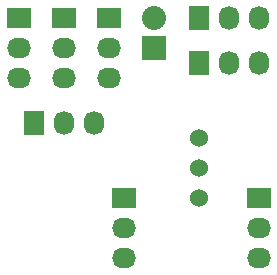
<source format=gts>
G04 #@! TF.FileFunction,Soldermask,Top*
%FSLAX46Y46*%
G04 Gerber Fmt 4.6, Leading zero omitted, Abs format (unit mm)*
G04 Created by KiCad (PCBNEW 4.0.1-stable) date 12/29/2015 3:52:51 AM*
%MOMM*%
G01*
G04 APERTURE LIST*
%ADD10C,0.100000*%
%ADD11R,2.032000X2.032000*%
%ADD12O,2.032000X2.032000*%
%ADD13R,1.727200X2.032000*%
%ADD14O,1.727200X2.032000*%
%ADD15R,2.032000X1.727200*%
%ADD16O,2.032000X1.727200*%
%ADD17C,1.524000*%
G04 APERTURE END LIST*
D10*
D11*
X64770000Y-55880000D03*
D12*
X64770000Y-53340000D03*
D13*
X54610000Y-62230000D03*
D14*
X57150000Y-62230000D03*
X59690000Y-62230000D03*
D15*
X62230000Y-68580000D03*
D16*
X62230000Y-71120000D03*
X62230000Y-73660000D03*
D15*
X53340000Y-53340000D03*
D16*
X53340000Y-55880000D03*
X53340000Y-58420000D03*
D15*
X57150000Y-53340000D03*
D16*
X57150000Y-55880000D03*
X57150000Y-58420000D03*
D15*
X60960000Y-53340000D03*
D16*
X60960000Y-55880000D03*
X60960000Y-58420000D03*
D15*
X73660000Y-68580000D03*
D16*
X73660000Y-71120000D03*
X73660000Y-73660000D03*
D17*
X68580000Y-66040000D03*
X68580000Y-63500000D03*
X68580000Y-68580000D03*
D13*
X68580000Y-57150000D03*
D14*
X71120000Y-57150000D03*
X73660000Y-57150000D03*
D13*
X68580000Y-53340000D03*
D14*
X71120000Y-53340000D03*
X73660000Y-53340000D03*
M02*

</source>
